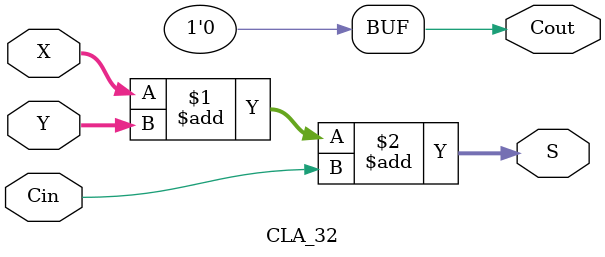
<source format=v>
module CLA_32(X,Y,Cin,S,Cout);
    input [31:0] X, Y;
    input Cin;
    output[31:0]S;
    output Cout;
    assign Cout = 0;
    assign S = X+Y+Cin;
endmodule
</source>
